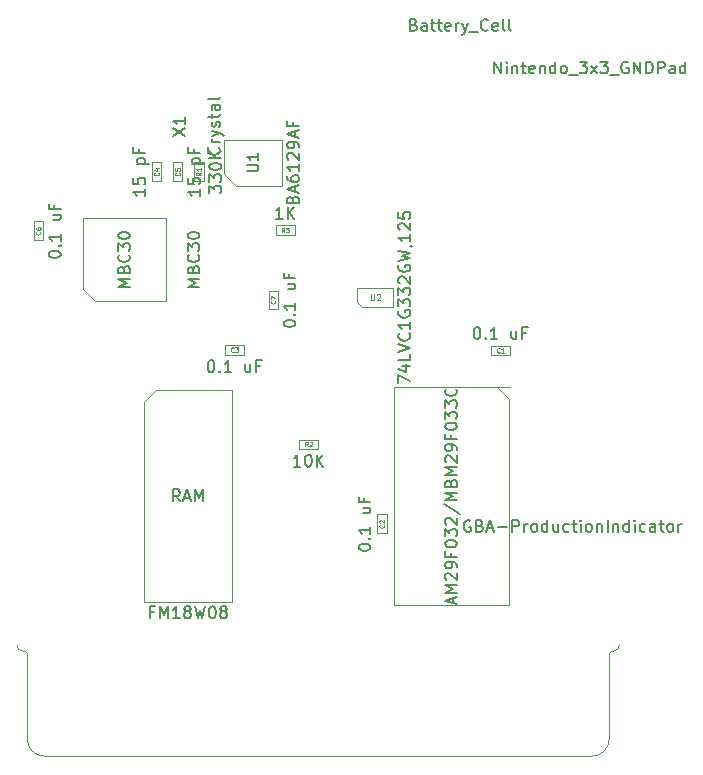
<source format=gbr>
G04 #@! TF.GenerationSoftware,KiCad,Pcbnew,(6.0.8)*
G04 #@! TF.CreationDate,2022-12-25T17:24:50-05:00*
G04 #@! TF.ProjectId,mbc30flash,6d626333-3066-46c6-9173-682e6b696361,rev?*
G04 #@! TF.SameCoordinates,Original*
G04 #@! TF.FileFunction,AssemblyDrawing,Top*
%FSLAX46Y46*%
G04 Gerber Fmt 4.6, Leading zero omitted, Abs format (unit mm)*
G04 Created by KiCad (PCBNEW (6.0.8)) date 2022-12-25 17:24:50*
%MOMM*%
%LPD*%
G01*
G04 APERTURE LIST*
%ADD10C,0.150000*%
%ADD11C,0.060000*%
%ADD12C,0.075000*%
%ADD13C,0.100000*%
%ADD14C,0.050000*%
G04 APERTURE END LIST*
D10*
X103810190Y-93686380D02*
X103905428Y-93686380D01*
X104000666Y-93734000D01*
X104048285Y-93781619D01*
X104095904Y-93876857D01*
X104143523Y-94067333D01*
X104143523Y-94305428D01*
X104095904Y-94495904D01*
X104048285Y-94591142D01*
X104000666Y-94638761D01*
X103905428Y-94686380D01*
X103810190Y-94686380D01*
X103714952Y-94638761D01*
X103667333Y-94591142D01*
X103619714Y-94495904D01*
X103572095Y-94305428D01*
X103572095Y-94067333D01*
X103619714Y-93876857D01*
X103667333Y-93781619D01*
X103714952Y-93734000D01*
X103810190Y-93686380D01*
X104572095Y-94591142D02*
X104619714Y-94638761D01*
X104572095Y-94686380D01*
X104524476Y-94638761D01*
X104572095Y-94591142D01*
X104572095Y-94686380D01*
X105572095Y-94686380D02*
X105000666Y-94686380D01*
X105286380Y-94686380D02*
X105286380Y-93686380D01*
X105191142Y-93829238D01*
X105095904Y-93924476D01*
X105000666Y-93972095D01*
X107191142Y-94019714D02*
X107191142Y-94686380D01*
X106762571Y-94019714D02*
X106762571Y-94543523D01*
X106810190Y-94638761D01*
X106905428Y-94686380D01*
X107048285Y-94686380D01*
X107143523Y-94638761D01*
X107191142Y-94591142D01*
X108000666Y-94162571D02*
X107667333Y-94162571D01*
X107667333Y-94686380D02*
X107667333Y-93686380D01*
X108143523Y-93686380D01*
D11*
X105767333Y-95806857D02*
X105748285Y-95825904D01*
X105691142Y-95844952D01*
X105653047Y-95844952D01*
X105595904Y-95825904D01*
X105557809Y-95787809D01*
X105538761Y-95749714D01*
X105519714Y-95673523D01*
X105519714Y-95616380D01*
X105538761Y-95540190D01*
X105557809Y-95502095D01*
X105595904Y-95464000D01*
X105653047Y-95444952D01*
X105691142Y-95444952D01*
X105748285Y-95464000D01*
X105767333Y-95483047D01*
X106148285Y-95844952D02*
X105919714Y-95844952D01*
X106034000Y-95844952D02*
X106034000Y-95444952D01*
X105995904Y-95502095D01*
X105957809Y-95540190D01*
X105919714Y-95559238D01*
D10*
X93822380Y-112361309D02*
X93822380Y-112266071D01*
X93870000Y-112170833D01*
X93917619Y-112123214D01*
X94012857Y-112075595D01*
X94203333Y-112027976D01*
X94441428Y-112027976D01*
X94631904Y-112075595D01*
X94727142Y-112123214D01*
X94774761Y-112170833D01*
X94822380Y-112266071D01*
X94822380Y-112361309D01*
X94774761Y-112456547D01*
X94727142Y-112504166D01*
X94631904Y-112551785D01*
X94441428Y-112599404D01*
X94203333Y-112599404D01*
X94012857Y-112551785D01*
X93917619Y-112504166D01*
X93870000Y-112456547D01*
X93822380Y-112361309D01*
X94727142Y-111599404D02*
X94774761Y-111551785D01*
X94822380Y-111599404D01*
X94774761Y-111647023D01*
X94727142Y-111599404D01*
X94822380Y-111599404D01*
X94822380Y-110599404D02*
X94822380Y-111170833D01*
X94822380Y-110885119D02*
X93822380Y-110885119D01*
X93965238Y-110980357D01*
X94060476Y-111075595D01*
X94108095Y-111170833D01*
X94155714Y-108980357D02*
X94822380Y-108980357D01*
X94155714Y-109408928D02*
X94679523Y-109408928D01*
X94774761Y-109361309D01*
X94822380Y-109266071D01*
X94822380Y-109123214D01*
X94774761Y-109027976D01*
X94727142Y-108980357D01*
X94298571Y-108170833D02*
X94298571Y-108504166D01*
X94822380Y-108504166D02*
X93822380Y-108504166D01*
X93822380Y-108027976D01*
D11*
X95942857Y-110404166D02*
X95961904Y-110423214D01*
X95980952Y-110480357D01*
X95980952Y-110518452D01*
X95961904Y-110575595D01*
X95923809Y-110613690D01*
X95885714Y-110632738D01*
X95809523Y-110651785D01*
X95752380Y-110651785D01*
X95676190Y-110632738D01*
X95638095Y-110613690D01*
X95600000Y-110575595D01*
X95580952Y-110518452D01*
X95580952Y-110480357D01*
X95600000Y-110423214D01*
X95619047Y-110404166D01*
X95619047Y-110251785D02*
X95600000Y-110232738D01*
X95580952Y-110194642D01*
X95580952Y-110099404D01*
X95600000Y-110061309D01*
X95619047Y-110042261D01*
X95657142Y-110023214D01*
X95695238Y-110023214D01*
X95752380Y-110042261D01*
X95980952Y-110270833D01*
X95980952Y-110023214D01*
D10*
X75748880Y-81975480D02*
X75748880Y-82546909D01*
X75748880Y-82261195D02*
X74748880Y-82261195D01*
X74891738Y-82356433D01*
X74986976Y-82451671D01*
X75034595Y-82546909D01*
X74748880Y-81070719D02*
X74748880Y-81546909D01*
X75225071Y-81594528D01*
X75177452Y-81546909D01*
X75129833Y-81451671D01*
X75129833Y-81213576D01*
X75177452Y-81118338D01*
X75225071Y-81070719D01*
X75320309Y-81023100D01*
X75558404Y-81023100D01*
X75653642Y-81070719D01*
X75701261Y-81118338D01*
X75748880Y-81213576D01*
X75748880Y-81451671D01*
X75701261Y-81546909D01*
X75653642Y-81594528D01*
X75082214Y-79832623D02*
X76082214Y-79832623D01*
X75129833Y-79832623D02*
X75082214Y-79737385D01*
X75082214Y-79546909D01*
X75129833Y-79451671D01*
X75177452Y-79404052D01*
X75272690Y-79356433D01*
X75558404Y-79356433D01*
X75653642Y-79404052D01*
X75701261Y-79451671D01*
X75748880Y-79546909D01*
X75748880Y-79737385D01*
X75701261Y-79832623D01*
X75225071Y-78594528D02*
X75225071Y-78927861D01*
X75748880Y-78927861D02*
X74748880Y-78927861D01*
X74748880Y-78451671D01*
D11*
X76869357Y-80589766D02*
X76888404Y-80608814D01*
X76907452Y-80665957D01*
X76907452Y-80704052D01*
X76888404Y-80761195D01*
X76850309Y-80799290D01*
X76812214Y-80818338D01*
X76736023Y-80837385D01*
X76678880Y-80837385D01*
X76602690Y-80818338D01*
X76564595Y-80799290D01*
X76526500Y-80761195D01*
X76507452Y-80704052D01*
X76507452Y-80665957D01*
X76526500Y-80608814D01*
X76545547Y-80589766D01*
X76640785Y-80246909D02*
X76907452Y-80246909D01*
X76488404Y-80342147D02*
X76774119Y-80437385D01*
X76774119Y-80189766D01*
D10*
X80394580Y-81975480D02*
X80394580Y-82546909D01*
X80394580Y-82261195D02*
X79394580Y-82261195D01*
X79537438Y-82356433D01*
X79632676Y-82451671D01*
X79680295Y-82546909D01*
X79394580Y-81070719D02*
X79394580Y-81546909D01*
X79870771Y-81594528D01*
X79823152Y-81546909D01*
X79775533Y-81451671D01*
X79775533Y-81213576D01*
X79823152Y-81118338D01*
X79870771Y-81070719D01*
X79966009Y-81023100D01*
X80204104Y-81023100D01*
X80299342Y-81070719D01*
X80346961Y-81118338D01*
X80394580Y-81213576D01*
X80394580Y-81451671D01*
X80346961Y-81546909D01*
X80299342Y-81594528D01*
X79727914Y-79832623D02*
X80727914Y-79832623D01*
X79775533Y-79832623D02*
X79727914Y-79737385D01*
X79727914Y-79546909D01*
X79775533Y-79451671D01*
X79823152Y-79404052D01*
X79918390Y-79356433D01*
X80204104Y-79356433D01*
X80299342Y-79404052D01*
X80346961Y-79451671D01*
X80394580Y-79546909D01*
X80394580Y-79737385D01*
X80346961Y-79832623D01*
X79870771Y-78594528D02*
X79870771Y-78927861D01*
X80394580Y-78927861D02*
X79394580Y-78927861D01*
X79394580Y-78451671D01*
D11*
X78655057Y-80589766D02*
X78674104Y-80608814D01*
X78693152Y-80665957D01*
X78693152Y-80704052D01*
X78674104Y-80761195D01*
X78636009Y-80799290D01*
X78597914Y-80818338D01*
X78521723Y-80837385D01*
X78464580Y-80837385D01*
X78388390Y-80818338D01*
X78350295Y-80799290D01*
X78312200Y-80761195D01*
X78293152Y-80704052D01*
X78293152Y-80665957D01*
X78312200Y-80608814D01*
X78331247Y-80589766D01*
X78293152Y-80227861D02*
X78293152Y-80418338D01*
X78483628Y-80437385D01*
X78464580Y-80418338D01*
X78445533Y-80380242D01*
X78445533Y-80285004D01*
X78464580Y-80246909D01*
X78483628Y-80227861D01*
X78521723Y-80208814D01*
X78616961Y-80208814D01*
X78655057Y-80227861D01*
X78674104Y-80246909D01*
X78693152Y-80285004D01*
X78693152Y-80380242D01*
X78674104Y-80418338D01*
X78655057Y-80437385D01*
D10*
X87482380Y-93405409D02*
X87482380Y-93310171D01*
X87530000Y-93214933D01*
X87577619Y-93167314D01*
X87672857Y-93119695D01*
X87863333Y-93072076D01*
X88101428Y-93072076D01*
X88291904Y-93119695D01*
X88387142Y-93167314D01*
X88434761Y-93214933D01*
X88482380Y-93310171D01*
X88482380Y-93405409D01*
X88434761Y-93500647D01*
X88387142Y-93548266D01*
X88291904Y-93595885D01*
X88101428Y-93643504D01*
X87863333Y-93643504D01*
X87672857Y-93595885D01*
X87577619Y-93548266D01*
X87530000Y-93500647D01*
X87482380Y-93405409D01*
X88387142Y-92643504D02*
X88434761Y-92595885D01*
X88482380Y-92643504D01*
X88434761Y-92691123D01*
X88387142Y-92643504D01*
X88482380Y-92643504D01*
X88482380Y-91643504D02*
X88482380Y-92214933D01*
X88482380Y-91929219D02*
X87482380Y-91929219D01*
X87625238Y-92024457D01*
X87720476Y-92119695D01*
X87768095Y-92214933D01*
X87815714Y-90024457D02*
X88482380Y-90024457D01*
X87815714Y-90453028D02*
X88339523Y-90453028D01*
X88434761Y-90405409D01*
X88482380Y-90310171D01*
X88482380Y-90167314D01*
X88434761Y-90072076D01*
X88387142Y-90024457D01*
X87958571Y-89214933D02*
X87958571Y-89548266D01*
X88482380Y-89548266D02*
X87482380Y-89548266D01*
X87482380Y-89072076D01*
D11*
X86742857Y-91448266D02*
X86761904Y-91467314D01*
X86780952Y-91524457D01*
X86780952Y-91562552D01*
X86761904Y-91619695D01*
X86723809Y-91657790D01*
X86685714Y-91676838D01*
X86609523Y-91695885D01*
X86552380Y-91695885D01*
X86476190Y-91676838D01*
X86438095Y-91657790D01*
X86400000Y-91619695D01*
X86380952Y-91562552D01*
X86380952Y-91524457D01*
X86400000Y-91467314D01*
X86419047Y-91448266D01*
X86380952Y-91314933D02*
X86380952Y-91048266D01*
X86780952Y-91219695D01*
D10*
X88897023Y-105482380D02*
X88325595Y-105482380D01*
X88611309Y-105482380D02*
X88611309Y-104482380D01*
X88516071Y-104625238D01*
X88420833Y-104720476D01*
X88325595Y-104768095D01*
X89516071Y-104482380D02*
X89611309Y-104482380D01*
X89706547Y-104530000D01*
X89754166Y-104577619D01*
X89801785Y-104672857D01*
X89849404Y-104863333D01*
X89849404Y-105101428D01*
X89801785Y-105291904D01*
X89754166Y-105387142D01*
X89706547Y-105434761D01*
X89611309Y-105482380D01*
X89516071Y-105482380D01*
X89420833Y-105434761D01*
X89373214Y-105387142D01*
X89325595Y-105291904D01*
X89277976Y-105101428D01*
X89277976Y-104863333D01*
X89325595Y-104672857D01*
X89373214Y-104577619D01*
X89420833Y-104530000D01*
X89516071Y-104482380D01*
X90277976Y-105482380D02*
X90277976Y-104482380D01*
X90849404Y-105482380D02*
X90420833Y-104910952D01*
X90849404Y-104482380D02*
X90277976Y-105053809D01*
D11*
X89520833Y-103780952D02*
X89387500Y-103590476D01*
X89292261Y-103780952D02*
X89292261Y-103380952D01*
X89444642Y-103380952D01*
X89482738Y-103400000D01*
X89501785Y-103419047D01*
X89520833Y-103457142D01*
X89520833Y-103514285D01*
X89501785Y-103552380D01*
X89482738Y-103571428D01*
X89444642Y-103590476D01*
X89292261Y-103590476D01*
X89673214Y-103419047D02*
X89692261Y-103400000D01*
X89730357Y-103380952D01*
X89825595Y-103380952D01*
X89863690Y-103400000D01*
X89882738Y-103419047D01*
X89901785Y-103457142D01*
X89901785Y-103495238D01*
X89882738Y-103552380D01*
X89654166Y-103780952D01*
X89901785Y-103780952D01*
D10*
X87383514Y-84493380D02*
X86812085Y-84493380D01*
X87097800Y-84493380D02*
X87097800Y-83493380D01*
X87002561Y-83636238D01*
X86907323Y-83731476D01*
X86812085Y-83779095D01*
X87812085Y-84493380D02*
X87812085Y-83493380D01*
X88383514Y-84493380D02*
X87954942Y-83921952D01*
X88383514Y-83493380D02*
X87812085Y-84064809D01*
D11*
X87531133Y-85651952D02*
X87397800Y-85461476D01*
X87302561Y-85651952D02*
X87302561Y-85251952D01*
X87454942Y-85251952D01*
X87493038Y-85271000D01*
X87512085Y-85290047D01*
X87531133Y-85328142D01*
X87531133Y-85385285D01*
X87512085Y-85423380D01*
X87493038Y-85442428D01*
X87454942Y-85461476D01*
X87302561Y-85461476D01*
X87664466Y-85251952D02*
X87912085Y-85251952D01*
X87778752Y-85404333D01*
X87835895Y-85404333D01*
X87873990Y-85423380D01*
X87893038Y-85442428D01*
X87912085Y-85480523D01*
X87912085Y-85575761D01*
X87893038Y-85613857D01*
X87873990Y-85632904D01*
X87835895Y-85651952D01*
X87721609Y-85651952D01*
X87683514Y-85632904D01*
X87664466Y-85613857D01*
D10*
X101850206Y-117065238D02*
X101850206Y-116589047D01*
X102135920Y-117160476D02*
X101135920Y-116827142D01*
X102135920Y-116493809D01*
X102135920Y-116160476D02*
X101135920Y-116160476D01*
X101850206Y-115827142D01*
X101135920Y-115493809D01*
X102135920Y-115493809D01*
X101231159Y-115065238D02*
X101183540Y-115017619D01*
X101135920Y-114922380D01*
X101135920Y-114684285D01*
X101183540Y-114589047D01*
X101231159Y-114541428D01*
X101326397Y-114493809D01*
X101421635Y-114493809D01*
X101564492Y-114541428D01*
X102135920Y-115112857D01*
X102135920Y-114493809D01*
X102135920Y-114017619D02*
X102135920Y-113827142D01*
X102088301Y-113731904D01*
X102040682Y-113684285D01*
X101897825Y-113589047D01*
X101707349Y-113541428D01*
X101326397Y-113541428D01*
X101231159Y-113589047D01*
X101183540Y-113636666D01*
X101135920Y-113731904D01*
X101135920Y-113922380D01*
X101183540Y-114017619D01*
X101231159Y-114065238D01*
X101326397Y-114112857D01*
X101564492Y-114112857D01*
X101659730Y-114065238D01*
X101707349Y-114017619D01*
X101754968Y-113922380D01*
X101754968Y-113731904D01*
X101707349Y-113636666D01*
X101659730Y-113589047D01*
X101564492Y-113541428D01*
X101612111Y-112779523D02*
X101612111Y-113112857D01*
X102135920Y-113112857D02*
X101135920Y-113112857D01*
X101135920Y-112636666D01*
X101135920Y-112065238D02*
X101135920Y-111970000D01*
X101183540Y-111874761D01*
X101231159Y-111827142D01*
X101326397Y-111779523D01*
X101516873Y-111731904D01*
X101754968Y-111731904D01*
X101945444Y-111779523D01*
X102040682Y-111827142D01*
X102088301Y-111874761D01*
X102135920Y-111970000D01*
X102135920Y-112065238D01*
X102088301Y-112160476D01*
X102040682Y-112208095D01*
X101945444Y-112255714D01*
X101754968Y-112303333D01*
X101516873Y-112303333D01*
X101326397Y-112255714D01*
X101231159Y-112208095D01*
X101183540Y-112160476D01*
X101135920Y-112065238D01*
X101135920Y-111398571D02*
X101135920Y-110779523D01*
X101516873Y-111112857D01*
X101516873Y-110970000D01*
X101564492Y-110874761D01*
X101612111Y-110827142D01*
X101707349Y-110779523D01*
X101945444Y-110779523D01*
X102040682Y-110827142D01*
X102088301Y-110874761D01*
X102135920Y-110970000D01*
X102135920Y-111255714D01*
X102088301Y-111350952D01*
X102040682Y-111398571D01*
X101231159Y-110398571D02*
X101183540Y-110350952D01*
X101135920Y-110255714D01*
X101135920Y-110017619D01*
X101183540Y-109922380D01*
X101231159Y-109874761D01*
X101326397Y-109827142D01*
X101421635Y-109827142D01*
X101564492Y-109874761D01*
X102135920Y-110446190D01*
X102135920Y-109827142D01*
X101088301Y-108684285D02*
X102374016Y-109541428D01*
X102135920Y-108350952D02*
X101135920Y-108350952D01*
X101850206Y-108017619D01*
X101135920Y-107684285D01*
X102135920Y-107684285D01*
X101612111Y-106874761D02*
X101659730Y-106731904D01*
X101707349Y-106684285D01*
X101802587Y-106636666D01*
X101945444Y-106636666D01*
X102040682Y-106684285D01*
X102088301Y-106731904D01*
X102135920Y-106827142D01*
X102135920Y-107208095D01*
X101135920Y-107208095D01*
X101135920Y-106874761D01*
X101183540Y-106779523D01*
X101231159Y-106731904D01*
X101326397Y-106684285D01*
X101421635Y-106684285D01*
X101516873Y-106731904D01*
X101564492Y-106779523D01*
X101612111Y-106874761D01*
X101612111Y-107208095D01*
X102135920Y-106208095D02*
X101135920Y-106208095D01*
X101850206Y-105874761D01*
X101135920Y-105541428D01*
X102135920Y-105541428D01*
X101231159Y-105112857D02*
X101183540Y-105065238D01*
X101135920Y-104970000D01*
X101135920Y-104731904D01*
X101183540Y-104636666D01*
X101231159Y-104589047D01*
X101326397Y-104541428D01*
X101421635Y-104541428D01*
X101564492Y-104589047D01*
X102135920Y-105160476D01*
X102135920Y-104541428D01*
X102135920Y-104065238D02*
X102135920Y-103874761D01*
X102088301Y-103779523D01*
X102040682Y-103731904D01*
X101897825Y-103636666D01*
X101707349Y-103589047D01*
X101326397Y-103589047D01*
X101231159Y-103636666D01*
X101183540Y-103684285D01*
X101135920Y-103779523D01*
X101135920Y-103970000D01*
X101183540Y-104065238D01*
X101231159Y-104112857D01*
X101326397Y-104160476D01*
X101564492Y-104160476D01*
X101659730Y-104112857D01*
X101707349Y-104065238D01*
X101754968Y-103970000D01*
X101754968Y-103779523D01*
X101707349Y-103684285D01*
X101659730Y-103636666D01*
X101564492Y-103589047D01*
X101612111Y-102827142D02*
X101612111Y-103160476D01*
X102135920Y-103160476D02*
X101135920Y-103160476D01*
X101135920Y-102684285D01*
X101135920Y-102112857D02*
X101135920Y-102017619D01*
X101183540Y-101922380D01*
X101231159Y-101874761D01*
X101326397Y-101827142D01*
X101516873Y-101779523D01*
X101754968Y-101779523D01*
X101945444Y-101827142D01*
X102040682Y-101874761D01*
X102088301Y-101922380D01*
X102135920Y-102017619D01*
X102135920Y-102112857D01*
X102088301Y-102208095D01*
X102040682Y-102255714D01*
X101945444Y-102303333D01*
X101754968Y-102350952D01*
X101516873Y-102350952D01*
X101326397Y-102303333D01*
X101231159Y-102255714D01*
X101183540Y-102208095D01*
X101135920Y-102112857D01*
X101135920Y-101446190D02*
X101135920Y-100827142D01*
X101516873Y-101160476D01*
X101516873Y-101017619D01*
X101564492Y-100922380D01*
X101612111Y-100874761D01*
X101707349Y-100827142D01*
X101945444Y-100827142D01*
X102040682Y-100874761D01*
X102088301Y-100922380D01*
X102135920Y-101017619D01*
X102135920Y-101303333D01*
X102088301Y-101398571D01*
X102040682Y-101446190D01*
X101135920Y-100493809D02*
X101135920Y-99874761D01*
X101516873Y-100208095D01*
X101516873Y-100065238D01*
X101564492Y-99970000D01*
X101612111Y-99922380D01*
X101707349Y-99874761D01*
X101945444Y-99874761D01*
X102040682Y-99922380D01*
X102088301Y-99970000D01*
X102135920Y-100065238D01*
X102135920Y-100350952D01*
X102088301Y-100446190D01*
X102040682Y-100493809D01*
X102040682Y-98874761D02*
X102088301Y-98922380D01*
X102135920Y-99065238D01*
X102135920Y-99160476D01*
X102088301Y-99303333D01*
X101993063Y-99398571D01*
X101897825Y-99446190D01*
X101707349Y-99493809D01*
X101564492Y-99493809D01*
X101374016Y-99446190D01*
X101278778Y-99398571D01*
X101183540Y-99303333D01*
X101135920Y-99160476D01*
X101135920Y-99065238D01*
X101183540Y-98922380D01*
X101231159Y-98874761D01*
X81970342Y-78464514D02*
X82017961Y-78512133D01*
X82065580Y-78654990D01*
X82065580Y-78750228D01*
X82017961Y-78893085D01*
X81922723Y-78988323D01*
X81827485Y-79035942D01*
X81637009Y-79083561D01*
X81494152Y-79083561D01*
X81303676Y-79035942D01*
X81208438Y-78988323D01*
X81113200Y-78893085D01*
X81065580Y-78750228D01*
X81065580Y-78654990D01*
X81113200Y-78512133D01*
X81160819Y-78464514D01*
X82065580Y-78035942D02*
X81398914Y-78035942D01*
X81589390Y-78035942D02*
X81494152Y-77988323D01*
X81446533Y-77940704D01*
X81398914Y-77845466D01*
X81398914Y-77750228D01*
X81398914Y-77512133D02*
X82065580Y-77274038D01*
X81398914Y-77035942D02*
X82065580Y-77274038D01*
X82303676Y-77369276D01*
X82351295Y-77416895D01*
X82398914Y-77512133D01*
X82017961Y-76702609D02*
X82065580Y-76607371D01*
X82065580Y-76416895D01*
X82017961Y-76321657D01*
X81922723Y-76274038D01*
X81875104Y-76274038D01*
X81779866Y-76321657D01*
X81732247Y-76416895D01*
X81732247Y-76559752D01*
X81684628Y-76654990D01*
X81589390Y-76702609D01*
X81541771Y-76702609D01*
X81446533Y-76654990D01*
X81398914Y-76559752D01*
X81398914Y-76416895D01*
X81446533Y-76321657D01*
X81398914Y-75988323D02*
X81398914Y-75607371D01*
X81065580Y-75845466D02*
X81922723Y-75845466D01*
X82017961Y-75797847D01*
X82065580Y-75702609D01*
X82065580Y-75607371D01*
X82065580Y-74845466D02*
X81541771Y-74845466D01*
X81446533Y-74893085D01*
X81398914Y-74988323D01*
X81398914Y-75178800D01*
X81446533Y-75274038D01*
X82017961Y-74845466D02*
X82065580Y-74940704D01*
X82065580Y-75178800D01*
X82017961Y-75274038D01*
X81922723Y-75321657D01*
X81827485Y-75321657D01*
X81732247Y-75274038D01*
X81684628Y-75178800D01*
X81684628Y-74940704D01*
X81637009Y-74845466D01*
X82065580Y-74226419D02*
X82017961Y-74321657D01*
X81922723Y-74369276D01*
X81065580Y-74369276D01*
X78150580Y-77478323D02*
X79150580Y-76811657D01*
X78150580Y-76811657D02*
X79150580Y-77478323D01*
X79150580Y-75906895D02*
X79150580Y-76478323D01*
X79150580Y-76192609D02*
X78150580Y-76192609D01*
X78293438Y-76287847D01*
X78388676Y-76383085D01*
X78436295Y-76478323D01*
X81184580Y-82308814D02*
X81184580Y-81689766D01*
X81565533Y-82023100D01*
X81565533Y-81880242D01*
X81613152Y-81785004D01*
X81660771Y-81737385D01*
X81756009Y-81689766D01*
X81994104Y-81689766D01*
X82089342Y-81737385D01*
X82136961Y-81785004D01*
X82184580Y-81880242D01*
X82184580Y-82165957D01*
X82136961Y-82261195D01*
X82089342Y-82308814D01*
X81184580Y-81356433D02*
X81184580Y-80737385D01*
X81565533Y-81070719D01*
X81565533Y-80927861D01*
X81613152Y-80832623D01*
X81660771Y-80785004D01*
X81756009Y-80737385D01*
X81994104Y-80737385D01*
X82089342Y-80785004D01*
X82136961Y-80832623D01*
X82184580Y-80927861D01*
X82184580Y-81213576D01*
X82136961Y-81308814D01*
X82089342Y-81356433D01*
X81184580Y-80118338D02*
X81184580Y-80023100D01*
X81232200Y-79927861D01*
X81279819Y-79880242D01*
X81375057Y-79832623D01*
X81565533Y-79785004D01*
X81803628Y-79785004D01*
X81994104Y-79832623D01*
X82089342Y-79880242D01*
X82136961Y-79927861D01*
X82184580Y-80023100D01*
X82184580Y-80118338D01*
X82136961Y-80213576D01*
X82089342Y-80261195D01*
X81994104Y-80308814D01*
X81803628Y-80356433D01*
X81565533Y-80356433D01*
X81375057Y-80308814D01*
X81279819Y-80261195D01*
X81232200Y-80213576D01*
X81184580Y-80118338D01*
X82184580Y-79356433D02*
X81184580Y-79356433D01*
X82184580Y-78785004D02*
X81613152Y-79213576D01*
X81184580Y-78785004D02*
X81756009Y-79356433D01*
D11*
X80483152Y-80589766D02*
X80292676Y-80723100D01*
X80483152Y-80818338D02*
X80083152Y-80818338D01*
X80083152Y-80665957D01*
X80102200Y-80627861D01*
X80121247Y-80608814D01*
X80159342Y-80589766D01*
X80216485Y-80589766D01*
X80254580Y-80608814D01*
X80273628Y-80627861D01*
X80292676Y-80665957D01*
X80292676Y-80818338D01*
X80483152Y-80208814D02*
X80483152Y-80437385D01*
X80483152Y-80323100D02*
X80083152Y-80323100D01*
X80140295Y-80361195D01*
X80178390Y-80399290D01*
X80197438Y-80437385D01*
D10*
X88233871Y-82867447D02*
X88281490Y-82724590D01*
X88329109Y-82676971D01*
X88424347Y-82629352D01*
X88567204Y-82629352D01*
X88662442Y-82676971D01*
X88710061Y-82724590D01*
X88757680Y-82819828D01*
X88757680Y-83200780D01*
X87757680Y-83200780D01*
X87757680Y-82867447D01*
X87805300Y-82772209D01*
X87852919Y-82724590D01*
X87948157Y-82676971D01*
X88043395Y-82676971D01*
X88138633Y-82724590D01*
X88186252Y-82772209D01*
X88233871Y-82867447D01*
X88233871Y-83200780D01*
X88471966Y-82248400D02*
X88471966Y-81772209D01*
X88757680Y-82343638D02*
X87757680Y-82010304D01*
X88757680Y-81676971D01*
X87757680Y-80915066D02*
X87757680Y-81105542D01*
X87805300Y-81200780D01*
X87852919Y-81248400D01*
X87995776Y-81343638D01*
X88186252Y-81391257D01*
X88567204Y-81391257D01*
X88662442Y-81343638D01*
X88710061Y-81296019D01*
X88757680Y-81200780D01*
X88757680Y-81010304D01*
X88710061Y-80915066D01*
X88662442Y-80867447D01*
X88567204Y-80819828D01*
X88329109Y-80819828D01*
X88233871Y-80867447D01*
X88186252Y-80915066D01*
X88138633Y-81010304D01*
X88138633Y-81200780D01*
X88186252Y-81296019D01*
X88233871Y-81343638D01*
X88329109Y-81391257D01*
X88757680Y-79867447D02*
X88757680Y-80438876D01*
X88757680Y-80153161D02*
X87757680Y-80153161D01*
X87900538Y-80248400D01*
X87995776Y-80343638D01*
X88043395Y-80438876D01*
X87852919Y-79486495D02*
X87805300Y-79438876D01*
X87757680Y-79343638D01*
X87757680Y-79105542D01*
X87805300Y-79010304D01*
X87852919Y-78962685D01*
X87948157Y-78915066D01*
X88043395Y-78915066D01*
X88186252Y-78962685D01*
X88757680Y-79534114D01*
X88757680Y-78915066D01*
X88757680Y-78438876D02*
X88757680Y-78248400D01*
X88710061Y-78153161D01*
X88662442Y-78105542D01*
X88519585Y-78010304D01*
X88329109Y-77962685D01*
X87948157Y-77962685D01*
X87852919Y-78010304D01*
X87805300Y-78057923D01*
X87757680Y-78153161D01*
X87757680Y-78343638D01*
X87805300Y-78438876D01*
X87852919Y-78486495D01*
X87948157Y-78534114D01*
X88186252Y-78534114D01*
X88281490Y-78486495D01*
X88329109Y-78438876D01*
X88376728Y-78343638D01*
X88376728Y-78153161D01*
X88329109Y-78057923D01*
X88281490Y-78010304D01*
X88186252Y-77962685D01*
X88471966Y-77581733D02*
X88471966Y-77105542D01*
X88757680Y-77676971D02*
X87757680Y-77343638D01*
X88757680Y-77010304D01*
X88233871Y-76343638D02*
X88233871Y-76676971D01*
X88757680Y-76676971D02*
X87757680Y-76676971D01*
X87757680Y-76200780D01*
X84368633Y-80495066D02*
X85161966Y-80495066D01*
X85255300Y-80448400D01*
X85301966Y-80401733D01*
X85348633Y-80308400D01*
X85348633Y-80121733D01*
X85301966Y-80028400D01*
X85255300Y-79981733D01*
X85161966Y-79935066D01*
X84368633Y-79935066D01*
X85348633Y-78955066D02*
X85348633Y-79515066D01*
X85348633Y-79235066D02*
X84368633Y-79235066D01*
X84508633Y-79328400D01*
X84601966Y-79421733D01*
X84648633Y-79515066D01*
X98492958Y-68064031D02*
X98635815Y-68111650D01*
X98683434Y-68159269D01*
X98731053Y-68254507D01*
X98731053Y-68397364D01*
X98683434Y-68492602D01*
X98635815Y-68540221D01*
X98540577Y-68587840D01*
X98159624Y-68587840D01*
X98159624Y-67587840D01*
X98492958Y-67587840D01*
X98588196Y-67635460D01*
X98635815Y-67683079D01*
X98683434Y-67778317D01*
X98683434Y-67873555D01*
X98635815Y-67968793D01*
X98588196Y-68016412D01*
X98492958Y-68064031D01*
X98159624Y-68064031D01*
X99588196Y-68587840D02*
X99588196Y-68064031D01*
X99540577Y-67968793D01*
X99445339Y-67921174D01*
X99254862Y-67921174D01*
X99159624Y-67968793D01*
X99588196Y-68540221D02*
X99492958Y-68587840D01*
X99254862Y-68587840D01*
X99159624Y-68540221D01*
X99112005Y-68444983D01*
X99112005Y-68349745D01*
X99159624Y-68254507D01*
X99254862Y-68206888D01*
X99492958Y-68206888D01*
X99588196Y-68159269D01*
X99921529Y-67921174D02*
X100302481Y-67921174D01*
X100064386Y-67587840D02*
X100064386Y-68444983D01*
X100112005Y-68540221D01*
X100207243Y-68587840D01*
X100302481Y-68587840D01*
X100492958Y-67921174D02*
X100873910Y-67921174D01*
X100635815Y-67587840D02*
X100635815Y-68444983D01*
X100683434Y-68540221D01*
X100778672Y-68587840D01*
X100873910Y-68587840D01*
X101588196Y-68540221D02*
X101492958Y-68587840D01*
X101302481Y-68587840D01*
X101207243Y-68540221D01*
X101159624Y-68444983D01*
X101159624Y-68064031D01*
X101207243Y-67968793D01*
X101302481Y-67921174D01*
X101492958Y-67921174D01*
X101588196Y-67968793D01*
X101635815Y-68064031D01*
X101635815Y-68159269D01*
X101159624Y-68254507D01*
X102064386Y-68587840D02*
X102064386Y-67921174D01*
X102064386Y-68111650D02*
X102112005Y-68016412D01*
X102159624Y-67968793D01*
X102254862Y-67921174D01*
X102350100Y-67921174D01*
X102588196Y-67921174D02*
X102826291Y-68587840D01*
X103064386Y-67921174D02*
X102826291Y-68587840D01*
X102731053Y-68825936D01*
X102683434Y-68873555D01*
X102588196Y-68921174D01*
X103207243Y-68683079D02*
X103969148Y-68683079D01*
X104778672Y-68492602D02*
X104731053Y-68540221D01*
X104588196Y-68587840D01*
X104492958Y-68587840D01*
X104350100Y-68540221D01*
X104254862Y-68444983D01*
X104207243Y-68349745D01*
X104159624Y-68159269D01*
X104159624Y-68016412D01*
X104207243Y-67825936D01*
X104254862Y-67730698D01*
X104350100Y-67635460D01*
X104492958Y-67587840D01*
X104588196Y-67587840D01*
X104731053Y-67635460D01*
X104778672Y-67683079D01*
X105588196Y-68540221D02*
X105492958Y-68587840D01*
X105302481Y-68587840D01*
X105207243Y-68540221D01*
X105159624Y-68444983D01*
X105159624Y-68064031D01*
X105207243Y-67968793D01*
X105302481Y-67921174D01*
X105492958Y-67921174D01*
X105588196Y-67968793D01*
X105635815Y-68064031D01*
X105635815Y-68159269D01*
X105159624Y-68254507D01*
X106207243Y-68587840D02*
X106112005Y-68540221D01*
X106064386Y-68444983D01*
X106064386Y-67587840D01*
X106731053Y-68587840D02*
X106635815Y-68540221D01*
X106588196Y-68444983D01*
X106588196Y-67587840D01*
X76485638Y-117798571D02*
X76152304Y-117798571D01*
X76152304Y-118322380D02*
X76152304Y-117322380D01*
X76628495Y-117322380D01*
X77009447Y-118322380D02*
X77009447Y-117322380D01*
X77342780Y-118036666D01*
X77676114Y-117322380D01*
X77676114Y-118322380D01*
X78676114Y-118322380D02*
X78104685Y-118322380D01*
X78390400Y-118322380D02*
X78390400Y-117322380D01*
X78295161Y-117465238D01*
X78199923Y-117560476D01*
X78104685Y-117608095D01*
X79247542Y-117750952D02*
X79152304Y-117703333D01*
X79104685Y-117655714D01*
X79057066Y-117560476D01*
X79057066Y-117512857D01*
X79104685Y-117417619D01*
X79152304Y-117370000D01*
X79247542Y-117322380D01*
X79438019Y-117322380D01*
X79533257Y-117370000D01*
X79580876Y-117417619D01*
X79628495Y-117512857D01*
X79628495Y-117560476D01*
X79580876Y-117655714D01*
X79533257Y-117703333D01*
X79438019Y-117750952D01*
X79247542Y-117750952D01*
X79152304Y-117798571D01*
X79104685Y-117846190D01*
X79057066Y-117941428D01*
X79057066Y-118131904D01*
X79104685Y-118227142D01*
X79152304Y-118274761D01*
X79247542Y-118322380D01*
X79438019Y-118322380D01*
X79533257Y-118274761D01*
X79580876Y-118227142D01*
X79628495Y-118131904D01*
X79628495Y-117941428D01*
X79580876Y-117846190D01*
X79533257Y-117798571D01*
X79438019Y-117750952D01*
X79961828Y-117322380D02*
X80199923Y-118322380D01*
X80390400Y-117608095D01*
X80580876Y-118322380D01*
X80818971Y-117322380D01*
X81390400Y-117322380D02*
X81485638Y-117322380D01*
X81580876Y-117370000D01*
X81628495Y-117417619D01*
X81676114Y-117512857D01*
X81723733Y-117703333D01*
X81723733Y-117941428D01*
X81676114Y-118131904D01*
X81628495Y-118227142D01*
X81580876Y-118274761D01*
X81485638Y-118322380D01*
X81390400Y-118322380D01*
X81295161Y-118274761D01*
X81247542Y-118227142D01*
X81199923Y-118131904D01*
X81152304Y-117941428D01*
X81152304Y-117703333D01*
X81199923Y-117512857D01*
X81247542Y-117417619D01*
X81295161Y-117370000D01*
X81390400Y-117322380D01*
X82295161Y-117750952D02*
X82199923Y-117703333D01*
X82152304Y-117655714D01*
X82104685Y-117560476D01*
X82104685Y-117512857D01*
X82152304Y-117417619D01*
X82199923Y-117370000D01*
X82295161Y-117322380D01*
X82485638Y-117322380D01*
X82580876Y-117370000D01*
X82628495Y-117417619D01*
X82676114Y-117512857D01*
X82676114Y-117560476D01*
X82628495Y-117655714D01*
X82580876Y-117703333D01*
X82485638Y-117750952D01*
X82295161Y-117750952D01*
X82199923Y-117798571D01*
X82152304Y-117846190D01*
X82104685Y-117941428D01*
X82104685Y-118131904D01*
X82152304Y-118227142D01*
X82199923Y-118274761D01*
X82295161Y-118322380D01*
X82485638Y-118322380D01*
X82580876Y-118274761D01*
X82628495Y-118227142D01*
X82676114Y-118131904D01*
X82676114Y-117941428D01*
X82628495Y-117846190D01*
X82580876Y-117798571D01*
X82485638Y-117750952D01*
X78699923Y-108422380D02*
X78366590Y-107946190D01*
X78128495Y-108422380D02*
X78128495Y-107422380D01*
X78509447Y-107422380D01*
X78604685Y-107470000D01*
X78652304Y-107517619D01*
X78699923Y-107612857D01*
X78699923Y-107755714D01*
X78652304Y-107850952D01*
X78604685Y-107898571D01*
X78509447Y-107946190D01*
X78128495Y-107946190D01*
X79080876Y-108136666D02*
X79557066Y-108136666D01*
X78985638Y-108422380D02*
X79318971Y-107422380D01*
X79652304Y-108422380D01*
X79985638Y-108422380D02*
X79985638Y-107422380D01*
X80318971Y-108136666D01*
X80652304Y-107422380D01*
X80652304Y-108422380D01*
X97202380Y-98435714D02*
X97202380Y-97769047D01*
X98202380Y-98197619D01*
X97535714Y-96959523D02*
X98202380Y-96959523D01*
X97154761Y-97197619D02*
X97869047Y-97435714D01*
X97869047Y-96816666D01*
X98202380Y-95959523D02*
X98202380Y-96435714D01*
X97202380Y-96435714D01*
X97202380Y-95769047D02*
X98202380Y-95435714D01*
X97202380Y-95102380D01*
X98107142Y-94197619D02*
X98154761Y-94245238D01*
X98202380Y-94388095D01*
X98202380Y-94483333D01*
X98154761Y-94626190D01*
X98059523Y-94721428D01*
X97964285Y-94769047D01*
X97773809Y-94816666D01*
X97630952Y-94816666D01*
X97440476Y-94769047D01*
X97345238Y-94721428D01*
X97250000Y-94626190D01*
X97202380Y-94483333D01*
X97202380Y-94388095D01*
X97250000Y-94245238D01*
X97297619Y-94197619D01*
X98202380Y-93245238D02*
X98202380Y-93816666D01*
X98202380Y-93530952D02*
X97202380Y-93530952D01*
X97345238Y-93626190D01*
X97440476Y-93721428D01*
X97488095Y-93816666D01*
X97250000Y-92292857D02*
X97202380Y-92388095D01*
X97202380Y-92530952D01*
X97250000Y-92673809D01*
X97345238Y-92769047D01*
X97440476Y-92816666D01*
X97630952Y-92864285D01*
X97773809Y-92864285D01*
X97964285Y-92816666D01*
X98059523Y-92769047D01*
X98154761Y-92673809D01*
X98202380Y-92530952D01*
X98202380Y-92435714D01*
X98154761Y-92292857D01*
X98107142Y-92245238D01*
X97773809Y-92245238D01*
X97773809Y-92435714D01*
X97202380Y-91911904D02*
X97202380Y-91292857D01*
X97583333Y-91626190D01*
X97583333Y-91483333D01*
X97630952Y-91388095D01*
X97678571Y-91340476D01*
X97773809Y-91292857D01*
X98011904Y-91292857D01*
X98107142Y-91340476D01*
X98154761Y-91388095D01*
X98202380Y-91483333D01*
X98202380Y-91769047D01*
X98154761Y-91864285D01*
X98107142Y-91911904D01*
X97202380Y-90959523D02*
X97202380Y-90340476D01*
X97583333Y-90673809D01*
X97583333Y-90530952D01*
X97630952Y-90435714D01*
X97678571Y-90388095D01*
X97773809Y-90340476D01*
X98011904Y-90340476D01*
X98107142Y-90388095D01*
X98154761Y-90435714D01*
X98202380Y-90530952D01*
X98202380Y-90816666D01*
X98154761Y-90911904D01*
X98107142Y-90959523D01*
X97297619Y-89959523D02*
X97250000Y-89911904D01*
X97202380Y-89816666D01*
X97202380Y-89578571D01*
X97250000Y-89483333D01*
X97297619Y-89435714D01*
X97392857Y-89388095D01*
X97488095Y-89388095D01*
X97630952Y-89435714D01*
X98202380Y-90007142D01*
X98202380Y-89388095D01*
X97250000Y-88435714D02*
X97202380Y-88530952D01*
X97202380Y-88673809D01*
X97250000Y-88816666D01*
X97345238Y-88911904D01*
X97440476Y-88959523D01*
X97630952Y-89007142D01*
X97773809Y-89007142D01*
X97964285Y-88959523D01*
X98059523Y-88911904D01*
X98154761Y-88816666D01*
X98202380Y-88673809D01*
X98202380Y-88578571D01*
X98154761Y-88435714D01*
X98107142Y-88388095D01*
X97773809Y-88388095D01*
X97773809Y-88578571D01*
X97202380Y-88054761D02*
X98202380Y-87816666D01*
X97488095Y-87626190D01*
X98202380Y-87435714D01*
X97202380Y-87197619D01*
X98154761Y-86769047D02*
X98202380Y-86769047D01*
X98297619Y-86816666D01*
X98345238Y-86864285D01*
X98202380Y-85816666D02*
X98202380Y-86388095D01*
X98202380Y-86102380D02*
X97202380Y-86102380D01*
X97345238Y-86197619D01*
X97440476Y-86292857D01*
X97488095Y-86388095D01*
X97297619Y-85435714D02*
X97250000Y-85388095D01*
X97202380Y-85292857D01*
X97202380Y-85054761D01*
X97250000Y-84959523D01*
X97297619Y-84911904D01*
X97392857Y-84864285D01*
X97488095Y-84864285D01*
X97630952Y-84911904D01*
X98202380Y-85483333D01*
X98202380Y-84864285D01*
X97202380Y-83959523D02*
X97202380Y-84435714D01*
X97678571Y-84483333D01*
X97630952Y-84435714D01*
X97583333Y-84340476D01*
X97583333Y-84102380D01*
X97630952Y-84007142D01*
X97678571Y-83959523D01*
X97773809Y-83911904D01*
X98011904Y-83911904D01*
X98107142Y-83959523D01*
X98154761Y-84007142D01*
X98202380Y-84102380D01*
X98202380Y-84340476D01*
X98154761Y-84435714D01*
X98107142Y-84483333D01*
D12*
X94869047Y-90876190D02*
X94869047Y-91280952D01*
X94892857Y-91328571D01*
X94916666Y-91352380D01*
X94964285Y-91376190D01*
X95059523Y-91376190D01*
X95107142Y-91352380D01*
X95130952Y-91328571D01*
X95154761Y-91280952D01*
X95154761Y-90876190D01*
X95369047Y-90923809D02*
X95392857Y-90900000D01*
X95440476Y-90876190D01*
X95559523Y-90876190D01*
X95607142Y-90900000D01*
X95630952Y-90923809D01*
X95654761Y-90971428D01*
X95654761Y-91019047D01*
X95630952Y-91090476D01*
X95345238Y-91376190D01*
X95654761Y-91376190D01*
D10*
X67595480Y-87558309D02*
X67595480Y-87463071D01*
X67643100Y-87367833D01*
X67690719Y-87320214D01*
X67785957Y-87272595D01*
X67976433Y-87224976D01*
X68214528Y-87224976D01*
X68405004Y-87272595D01*
X68500242Y-87320214D01*
X68547861Y-87367833D01*
X68595480Y-87463071D01*
X68595480Y-87558309D01*
X68547861Y-87653547D01*
X68500242Y-87701166D01*
X68405004Y-87748785D01*
X68214528Y-87796404D01*
X67976433Y-87796404D01*
X67785957Y-87748785D01*
X67690719Y-87701166D01*
X67643100Y-87653547D01*
X67595480Y-87558309D01*
X68500242Y-86796404D02*
X68547861Y-86748785D01*
X68595480Y-86796404D01*
X68547861Y-86844023D01*
X68500242Y-86796404D01*
X68595480Y-86796404D01*
X68595480Y-85796404D02*
X68595480Y-86367833D01*
X68595480Y-86082119D02*
X67595480Y-86082119D01*
X67738338Y-86177357D01*
X67833576Y-86272595D01*
X67881195Y-86367833D01*
X67928814Y-84177357D02*
X68595480Y-84177357D01*
X67928814Y-84605928D02*
X68452623Y-84605928D01*
X68547861Y-84558309D01*
X68595480Y-84463071D01*
X68595480Y-84320214D01*
X68547861Y-84224976D01*
X68500242Y-84177357D01*
X68071671Y-83367833D02*
X68071671Y-83701166D01*
X68595480Y-83701166D02*
X67595480Y-83701166D01*
X67595480Y-83224976D01*
D11*
X66855957Y-85601166D02*
X66875004Y-85620214D01*
X66894052Y-85677357D01*
X66894052Y-85715452D01*
X66875004Y-85772595D01*
X66836909Y-85810690D01*
X66798814Y-85829738D01*
X66722623Y-85848785D01*
X66665480Y-85848785D01*
X66589290Y-85829738D01*
X66551195Y-85810690D01*
X66513100Y-85772595D01*
X66494052Y-85715452D01*
X66494052Y-85677357D01*
X66513100Y-85620214D01*
X66532147Y-85601166D01*
X66494052Y-85258309D02*
X66494052Y-85334500D01*
X66513100Y-85372595D01*
X66532147Y-85391642D01*
X66589290Y-85429738D01*
X66665480Y-85448785D01*
X66817861Y-85448785D01*
X66855957Y-85429738D01*
X66875004Y-85410690D01*
X66894052Y-85372595D01*
X66894052Y-85296404D01*
X66875004Y-85258309D01*
X66855957Y-85239261D01*
X66817861Y-85220214D01*
X66722623Y-85220214D01*
X66684528Y-85239261D01*
X66665480Y-85258309D01*
X66646433Y-85296404D01*
X66646433Y-85372595D01*
X66665480Y-85410690D01*
X66684528Y-85429738D01*
X66722623Y-85448785D01*
D10*
X80345480Y-90248414D02*
X79345480Y-90248414D01*
X80059766Y-89915080D01*
X79345480Y-89581747D01*
X80345480Y-89581747D01*
X79821671Y-88772223D02*
X79869290Y-88629366D01*
X79916909Y-88581747D01*
X80012147Y-88534128D01*
X80155004Y-88534128D01*
X80250242Y-88581747D01*
X80297861Y-88629366D01*
X80345480Y-88724604D01*
X80345480Y-89105557D01*
X79345480Y-89105557D01*
X79345480Y-88772223D01*
X79393100Y-88676985D01*
X79440719Y-88629366D01*
X79535957Y-88581747D01*
X79631195Y-88581747D01*
X79726433Y-88629366D01*
X79774052Y-88676985D01*
X79821671Y-88772223D01*
X79821671Y-89105557D01*
X80250242Y-87534128D02*
X80297861Y-87581747D01*
X80345480Y-87724604D01*
X80345480Y-87819842D01*
X80297861Y-87962700D01*
X80202623Y-88057938D01*
X80107385Y-88105557D01*
X79916909Y-88153176D01*
X79774052Y-88153176D01*
X79583576Y-88105557D01*
X79488338Y-88057938D01*
X79393100Y-87962700D01*
X79345480Y-87819842D01*
X79345480Y-87724604D01*
X79393100Y-87581747D01*
X79440719Y-87534128D01*
X79345480Y-87200795D02*
X79345480Y-86581747D01*
X79726433Y-86915080D01*
X79726433Y-86772223D01*
X79774052Y-86676985D01*
X79821671Y-86629366D01*
X79916909Y-86581747D01*
X80155004Y-86581747D01*
X80250242Y-86629366D01*
X80297861Y-86676985D01*
X80345480Y-86772223D01*
X80345480Y-87057938D01*
X80297861Y-87153176D01*
X80250242Y-87200795D01*
X79345480Y-85962700D02*
X79345480Y-85867461D01*
X79393100Y-85772223D01*
X79440719Y-85724604D01*
X79535957Y-85676985D01*
X79726433Y-85629366D01*
X79964528Y-85629366D01*
X80155004Y-85676985D01*
X80250242Y-85724604D01*
X80297861Y-85772223D01*
X80345480Y-85867461D01*
X80345480Y-85962700D01*
X80297861Y-86057938D01*
X80250242Y-86105557D01*
X80155004Y-86153176D01*
X79964528Y-86200795D01*
X79726433Y-86200795D01*
X79535957Y-86153176D01*
X79440719Y-86105557D01*
X79393100Y-86057938D01*
X79345480Y-85962700D01*
X74465480Y-90248414D02*
X73465480Y-90248414D01*
X74179766Y-89915080D01*
X73465480Y-89581747D01*
X74465480Y-89581747D01*
X73941671Y-88772223D02*
X73989290Y-88629366D01*
X74036909Y-88581747D01*
X74132147Y-88534128D01*
X74275004Y-88534128D01*
X74370242Y-88581747D01*
X74417861Y-88629366D01*
X74465480Y-88724604D01*
X74465480Y-89105557D01*
X73465480Y-89105557D01*
X73465480Y-88772223D01*
X73513100Y-88676985D01*
X73560719Y-88629366D01*
X73655957Y-88581747D01*
X73751195Y-88581747D01*
X73846433Y-88629366D01*
X73894052Y-88676985D01*
X73941671Y-88772223D01*
X73941671Y-89105557D01*
X74370242Y-87534128D02*
X74417861Y-87581747D01*
X74465480Y-87724604D01*
X74465480Y-87819842D01*
X74417861Y-87962700D01*
X74322623Y-88057938D01*
X74227385Y-88105557D01*
X74036909Y-88153176D01*
X73894052Y-88153176D01*
X73703576Y-88105557D01*
X73608338Y-88057938D01*
X73513100Y-87962700D01*
X73465480Y-87819842D01*
X73465480Y-87724604D01*
X73513100Y-87581747D01*
X73560719Y-87534128D01*
X73465480Y-87200795D02*
X73465480Y-86581747D01*
X73846433Y-86915080D01*
X73846433Y-86772223D01*
X73894052Y-86676985D01*
X73941671Y-86629366D01*
X74036909Y-86581747D01*
X74275004Y-86581747D01*
X74370242Y-86629366D01*
X74417861Y-86676985D01*
X74465480Y-86772223D01*
X74465480Y-87057938D01*
X74417861Y-87153176D01*
X74370242Y-87200795D01*
X73465480Y-85962700D02*
X73465480Y-85867461D01*
X73513100Y-85772223D01*
X73560719Y-85724604D01*
X73655957Y-85676985D01*
X73846433Y-85629366D01*
X74084528Y-85629366D01*
X74275004Y-85676985D01*
X74370242Y-85724604D01*
X74417861Y-85772223D01*
X74465480Y-85867461D01*
X74465480Y-85962700D01*
X74417861Y-86057938D01*
X74370242Y-86105557D01*
X74275004Y-86153176D01*
X74084528Y-86200795D01*
X73846433Y-86200795D01*
X73655957Y-86153176D01*
X73560719Y-86105557D01*
X73513100Y-86057938D01*
X73465480Y-85962700D01*
X81288190Y-96490480D02*
X81383428Y-96490480D01*
X81478666Y-96538100D01*
X81526285Y-96585719D01*
X81573904Y-96680957D01*
X81621523Y-96871433D01*
X81621523Y-97109528D01*
X81573904Y-97300004D01*
X81526285Y-97395242D01*
X81478666Y-97442861D01*
X81383428Y-97490480D01*
X81288190Y-97490480D01*
X81192952Y-97442861D01*
X81145333Y-97395242D01*
X81097714Y-97300004D01*
X81050095Y-97109528D01*
X81050095Y-96871433D01*
X81097714Y-96680957D01*
X81145333Y-96585719D01*
X81192952Y-96538100D01*
X81288190Y-96490480D01*
X82050095Y-97395242D02*
X82097714Y-97442861D01*
X82050095Y-97490480D01*
X82002476Y-97442861D01*
X82050095Y-97395242D01*
X82050095Y-97490480D01*
X83050095Y-97490480D02*
X82478666Y-97490480D01*
X82764380Y-97490480D02*
X82764380Y-96490480D01*
X82669142Y-96633338D01*
X82573904Y-96728576D01*
X82478666Y-96776195D01*
X84669142Y-96823814D02*
X84669142Y-97490480D01*
X84240571Y-96823814D02*
X84240571Y-97347623D01*
X84288190Y-97442861D01*
X84383428Y-97490480D01*
X84526285Y-97490480D01*
X84621523Y-97442861D01*
X84669142Y-97395242D01*
X85478666Y-96966671D02*
X85145333Y-96966671D01*
X85145333Y-97490480D02*
X85145333Y-96490480D01*
X85621523Y-96490480D01*
D11*
X83245333Y-95750957D02*
X83226285Y-95770004D01*
X83169142Y-95789052D01*
X83131047Y-95789052D01*
X83073904Y-95770004D01*
X83035809Y-95731909D01*
X83016761Y-95693814D01*
X82997714Y-95617623D01*
X82997714Y-95560480D01*
X83016761Y-95484290D01*
X83035809Y-95446195D01*
X83073904Y-95408100D01*
X83131047Y-95389052D01*
X83169142Y-95389052D01*
X83226285Y-95408100D01*
X83245333Y-95427147D01*
X83378666Y-95389052D02*
X83626285Y-95389052D01*
X83492952Y-95541433D01*
X83550095Y-95541433D01*
X83588190Y-95560480D01*
X83607238Y-95579528D01*
X83626285Y-95617623D01*
X83626285Y-95712861D01*
X83607238Y-95750957D01*
X83588190Y-95770004D01*
X83550095Y-95789052D01*
X83435809Y-95789052D01*
X83397714Y-95770004D01*
X83378666Y-95750957D01*
D10*
X103280952Y-110050000D02*
X103185714Y-110002380D01*
X103042857Y-110002380D01*
X102900000Y-110050000D01*
X102804761Y-110145238D01*
X102757142Y-110240476D01*
X102709523Y-110430952D01*
X102709523Y-110573809D01*
X102757142Y-110764285D01*
X102804761Y-110859523D01*
X102900000Y-110954761D01*
X103042857Y-111002380D01*
X103138095Y-111002380D01*
X103280952Y-110954761D01*
X103328571Y-110907142D01*
X103328571Y-110573809D01*
X103138095Y-110573809D01*
X104090476Y-110478571D02*
X104233333Y-110526190D01*
X104280952Y-110573809D01*
X104328571Y-110669047D01*
X104328571Y-110811904D01*
X104280952Y-110907142D01*
X104233333Y-110954761D01*
X104138095Y-111002380D01*
X103757142Y-111002380D01*
X103757142Y-110002380D01*
X104090476Y-110002380D01*
X104185714Y-110050000D01*
X104233333Y-110097619D01*
X104280952Y-110192857D01*
X104280952Y-110288095D01*
X104233333Y-110383333D01*
X104185714Y-110430952D01*
X104090476Y-110478571D01*
X103757142Y-110478571D01*
X104709523Y-110716666D02*
X105185714Y-110716666D01*
X104614285Y-111002380D02*
X104947619Y-110002380D01*
X105280952Y-111002380D01*
X105614285Y-110621428D02*
X106376190Y-110621428D01*
X106852380Y-111002380D02*
X106852380Y-110002380D01*
X107233333Y-110002380D01*
X107328571Y-110050000D01*
X107376190Y-110097619D01*
X107423809Y-110192857D01*
X107423809Y-110335714D01*
X107376190Y-110430952D01*
X107328571Y-110478571D01*
X107233333Y-110526190D01*
X106852380Y-110526190D01*
X107852380Y-111002380D02*
X107852380Y-110335714D01*
X107852380Y-110526190D02*
X107900000Y-110430952D01*
X107947619Y-110383333D01*
X108042857Y-110335714D01*
X108138095Y-110335714D01*
X108614285Y-111002380D02*
X108519047Y-110954761D01*
X108471428Y-110907142D01*
X108423809Y-110811904D01*
X108423809Y-110526190D01*
X108471428Y-110430952D01*
X108519047Y-110383333D01*
X108614285Y-110335714D01*
X108757142Y-110335714D01*
X108852380Y-110383333D01*
X108900000Y-110430952D01*
X108947619Y-110526190D01*
X108947619Y-110811904D01*
X108900000Y-110907142D01*
X108852380Y-110954761D01*
X108757142Y-111002380D01*
X108614285Y-111002380D01*
X109804761Y-111002380D02*
X109804761Y-110002380D01*
X109804761Y-110954761D02*
X109709523Y-111002380D01*
X109519047Y-111002380D01*
X109423809Y-110954761D01*
X109376190Y-110907142D01*
X109328571Y-110811904D01*
X109328571Y-110526190D01*
X109376190Y-110430952D01*
X109423809Y-110383333D01*
X109519047Y-110335714D01*
X109709523Y-110335714D01*
X109804761Y-110383333D01*
X110709523Y-110335714D02*
X110709523Y-111002380D01*
X110280952Y-110335714D02*
X110280952Y-110859523D01*
X110328571Y-110954761D01*
X110423809Y-111002380D01*
X110566666Y-111002380D01*
X110661904Y-110954761D01*
X110709523Y-110907142D01*
X111614285Y-110954761D02*
X111519047Y-111002380D01*
X111328571Y-111002380D01*
X111233333Y-110954761D01*
X111185714Y-110907142D01*
X111138095Y-110811904D01*
X111138095Y-110526190D01*
X111185714Y-110430952D01*
X111233333Y-110383333D01*
X111328571Y-110335714D01*
X111519047Y-110335714D01*
X111614285Y-110383333D01*
X111900000Y-110335714D02*
X112280952Y-110335714D01*
X112042857Y-110002380D02*
X112042857Y-110859523D01*
X112090476Y-110954761D01*
X112185714Y-111002380D01*
X112280952Y-111002380D01*
X112614285Y-111002380D02*
X112614285Y-110335714D01*
X112614285Y-110002380D02*
X112566666Y-110050000D01*
X112614285Y-110097619D01*
X112661904Y-110050000D01*
X112614285Y-110002380D01*
X112614285Y-110097619D01*
X113233333Y-111002380D02*
X113138095Y-110954761D01*
X113090476Y-110907142D01*
X113042857Y-110811904D01*
X113042857Y-110526190D01*
X113090476Y-110430952D01*
X113138095Y-110383333D01*
X113233333Y-110335714D01*
X113376190Y-110335714D01*
X113471428Y-110383333D01*
X113519047Y-110430952D01*
X113566666Y-110526190D01*
X113566666Y-110811904D01*
X113519047Y-110907142D01*
X113471428Y-110954761D01*
X113376190Y-111002380D01*
X113233333Y-111002380D01*
X113995238Y-110335714D02*
X113995238Y-111002380D01*
X113995238Y-110430952D02*
X114042857Y-110383333D01*
X114138095Y-110335714D01*
X114280952Y-110335714D01*
X114376190Y-110383333D01*
X114423809Y-110478571D01*
X114423809Y-111002380D01*
X114900000Y-111002380D02*
X114900000Y-110002380D01*
X115376190Y-110335714D02*
X115376190Y-111002380D01*
X115376190Y-110430952D02*
X115423809Y-110383333D01*
X115519047Y-110335714D01*
X115661904Y-110335714D01*
X115757142Y-110383333D01*
X115804761Y-110478571D01*
X115804761Y-111002380D01*
X116709523Y-111002380D02*
X116709523Y-110002380D01*
X116709523Y-110954761D02*
X116614285Y-111002380D01*
X116423809Y-111002380D01*
X116328571Y-110954761D01*
X116280952Y-110907142D01*
X116233333Y-110811904D01*
X116233333Y-110526190D01*
X116280952Y-110430952D01*
X116328571Y-110383333D01*
X116423809Y-110335714D01*
X116614285Y-110335714D01*
X116709523Y-110383333D01*
X117185714Y-111002380D02*
X117185714Y-110335714D01*
X117185714Y-110002380D02*
X117138095Y-110050000D01*
X117185714Y-110097619D01*
X117233333Y-110050000D01*
X117185714Y-110002380D01*
X117185714Y-110097619D01*
X118090476Y-110954761D02*
X117995238Y-111002380D01*
X117804761Y-111002380D01*
X117709523Y-110954761D01*
X117661904Y-110907142D01*
X117614285Y-110811904D01*
X117614285Y-110526190D01*
X117661904Y-110430952D01*
X117709523Y-110383333D01*
X117804761Y-110335714D01*
X117995238Y-110335714D01*
X118090476Y-110383333D01*
X118947619Y-111002380D02*
X118947619Y-110478571D01*
X118899999Y-110383333D01*
X118804761Y-110335714D01*
X118614285Y-110335714D01*
X118519047Y-110383333D01*
X118947619Y-110954761D02*
X118852380Y-111002380D01*
X118614285Y-111002380D01*
X118519047Y-110954761D01*
X118471428Y-110859523D01*
X118471428Y-110764285D01*
X118519047Y-110669047D01*
X118614285Y-110621428D01*
X118852380Y-110621428D01*
X118947619Y-110573809D01*
X119280952Y-110335714D02*
X119661904Y-110335714D01*
X119423809Y-110002380D02*
X119423809Y-110859523D01*
X119471428Y-110954761D01*
X119566666Y-111002380D01*
X119661904Y-111002380D01*
X120138095Y-111002380D02*
X120042857Y-110954761D01*
X119995238Y-110907142D01*
X119947619Y-110811904D01*
X119947619Y-110526190D01*
X119995238Y-110430952D01*
X120042857Y-110383333D01*
X120138095Y-110335714D01*
X120280952Y-110335714D01*
X120376190Y-110383333D01*
X120423809Y-110430952D01*
X120471428Y-110526190D01*
X120471428Y-110811904D01*
X120423809Y-110907142D01*
X120376190Y-110954761D01*
X120280952Y-111002380D01*
X120138095Y-111002380D01*
X120899999Y-111002380D02*
X120899999Y-110335714D01*
X120899999Y-110526190D02*
X120947619Y-110430952D01*
X120995238Y-110383333D01*
X121090476Y-110335714D01*
X121185714Y-110335714D01*
X105300741Y-72200920D02*
X105300741Y-71200920D01*
X105872170Y-72200920D01*
X105872170Y-71200920D01*
X106348360Y-72200920D02*
X106348360Y-71534254D01*
X106348360Y-71200920D02*
X106300741Y-71248540D01*
X106348360Y-71296159D01*
X106395980Y-71248540D01*
X106348360Y-71200920D01*
X106348360Y-71296159D01*
X106824551Y-71534254D02*
X106824551Y-72200920D01*
X106824551Y-71629492D02*
X106872170Y-71581873D01*
X106967408Y-71534254D01*
X107110265Y-71534254D01*
X107205503Y-71581873D01*
X107253122Y-71677111D01*
X107253122Y-72200920D01*
X107586456Y-71534254D02*
X107967408Y-71534254D01*
X107729313Y-71200920D02*
X107729313Y-72058063D01*
X107776932Y-72153301D01*
X107872170Y-72200920D01*
X107967408Y-72200920D01*
X108681694Y-72153301D02*
X108586456Y-72200920D01*
X108395980Y-72200920D01*
X108300741Y-72153301D01*
X108253122Y-72058063D01*
X108253122Y-71677111D01*
X108300741Y-71581873D01*
X108395980Y-71534254D01*
X108586456Y-71534254D01*
X108681694Y-71581873D01*
X108729313Y-71677111D01*
X108729313Y-71772349D01*
X108253122Y-71867587D01*
X109157884Y-71534254D02*
X109157884Y-72200920D01*
X109157884Y-71629492D02*
X109205503Y-71581873D01*
X109300741Y-71534254D01*
X109443599Y-71534254D01*
X109538837Y-71581873D01*
X109586456Y-71677111D01*
X109586456Y-72200920D01*
X110491218Y-72200920D02*
X110491218Y-71200920D01*
X110491218Y-72153301D02*
X110395980Y-72200920D01*
X110205503Y-72200920D01*
X110110265Y-72153301D01*
X110062646Y-72105682D01*
X110015027Y-72010444D01*
X110015027Y-71724730D01*
X110062646Y-71629492D01*
X110110265Y-71581873D01*
X110205503Y-71534254D01*
X110395980Y-71534254D01*
X110491218Y-71581873D01*
X111110265Y-72200920D02*
X111015027Y-72153301D01*
X110967408Y-72105682D01*
X110919789Y-72010444D01*
X110919789Y-71724730D01*
X110967408Y-71629492D01*
X111015027Y-71581873D01*
X111110265Y-71534254D01*
X111253122Y-71534254D01*
X111348360Y-71581873D01*
X111395980Y-71629492D01*
X111443599Y-71724730D01*
X111443599Y-72010444D01*
X111395980Y-72105682D01*
X111348360Y-72153301D01*
X111253122Y-72200920D01*
X111110265Y-72200920D01*
X111634075Y-72296159D02*
X112395980Y-72296159D01*
X112538837Y-71200920D02*
X113157884Y-71200920D01*
X112824551Y-71581873D01*
X112967408Y-71581873D01*
X113062646Y-71629492D01*
X113110265Y-71677111D01*
X113157884Y-71772349D01*
X113157884Y-72010444D01*
X113110265Y-72105682D01*
X113062646Y-72153301D01*
X112967408Y-72200920D01*
X112681694Y-72200920D01*
X112586456Y-72153301D01*
X112538837Y-72105682D01*
X113491218Y-72200920D02*
X114015027Y-71534254D01*
X113491218Y-71534254D02*
X114015027Y-72200920D01*
X114300741Y-71200920D02*
X114919789Y-71200920D01*
X114586456Y-71581873D01*
X114729313Y-71581873D01*
X114824551Y-71629492D01*
X114872170Y-71677111D01*
X114919789Y-71772349D01*
X114919789Y-72010444D01*
X114872170Y-72105682D01*
X114824551Y-72153301D01*
X114729313Y-72200920D01*
X114443599Y-72200920D01*
X114348360Y-72153301D01*
X114300741Y-72105682D01*
X115110265Y-72296159D02*
X115872170Y-72296159D01*
X116634075Y-71248540D02*
X116538837Y-71200920D01*
X116395980Y-71200920D01*
X116253122Y-71248540D01*
X116157884Y-71343778D01*
X116110265Y-71439016D01*
X116062646Y-71629492D01*
X116062646Y-71772349D01*
X116110265Y-71962825D01*
X116157884Y-72058063D01*
X116253122Y-72153301D01*
X116395980Y-72200920D01*
X116491218Y-72200920D01*
X116634075Y-72153301D01*
X116681694Y-72105682D01*
X116681694Y-71772349D01*
X116491218Y-71772349D01*
X117110265Y-72200920D02*
X117110265Y-71200920D01*
X117681694Y-72200920D01*
X117681694Y-71200920D01*
X118157884Y-72200920D02*
X118157884Y-71200920D01*
X118395980Y-71200920D01*
X118538837Y-71248540D01*
X118634075Y-71343778D01*
X118681694Y-71439016D01*
X118729313Y-71629492D01*
X118729313Y-71772349D01*
X118681694Y-71962825D01*
X118634075Y-72058063D01*
X118538837Y-72153301D01*
X118395980Y-72200920D01*
X118157884Y-72200920D01*
X119157884Y-72200920D02*
X119157884Y-71200920D01*
X119538837Y-71200920D01*
X119634075Y-71248540D01*
X119681694Y-71296159D01*
X119729313Y-71391397D01*
X119729313Y-71534254D01*
X119681694Y-71629492D01*
X119634075Y-71677111D01*
X119538837Y-71724730D01*
X119157884Y-71724730D01*
X120586456Y-72200920D02*
X120586456Y-71677111D01*
X120538837Y-71581873D01*
X120443599Y-71534254D01*
X120253122Y-71534254D01*
X120157884Y-71581873D01*
X120586456Y-72153301D02*
X120491218Y-72200920D01*
X120253122Y-72200920D01*
X120157884Y-72153301D01*
X120110265Y-72058063D01*
X120110265Y-71962825D01*
X120157884Y-71867587D01*
X120253122Y-71819968D01*
X120491218Y-71819968D01*
X120586456Y-71772349D01*
X121491218Y-72200920D02*
X121491218Y-71200920D01*
X121491218Y-72153301D02*
X121395980Y-72200920D01*
X121205503Y-72200920D01*
X121110265Y-72153301D01*
X121062646Y-72105682D01*
X121015027Y-72010444D01*
X121015027Y-71724730D01*
X121062646Y-71629492D01*
X121110265Y-71581873D01*
X121205503Y-71534254D01*
X121395980Y-71534254D01*
X121491218Y-71581873D01*
D13*
X105034000Y-95264000D02*
X106634000Y-95264000D01*
X105034000Y-96064000D02*
X105034000Y-95264000D01*
X106634000Y-95264000D02*
X106634000Y-96064000D01*
X106634000Y-96064000D02*
X105034000Y-96064000D01*
X96200000Y-109537500D02*
X96200000Y-111137500D01*
X95400000Y-109537500D02*
X96200000Y-109537500D01*
X95400000Y-111137500D02*
X95400000Y-109537500D01*
X96200000Y-111137500D02*
X95400000Y-111137500D01*
X77126500Y-79723100D02*
X77126500Y-81323100D01*
X77126500Y-81323100D02*
X76326500Y-81323100D01*
X76326500Y-79723100D02*
X77126500Y-79723100D01*
X76326500Y-81323100D02*
X76326500Y-79723100D01*
X78112200Y-79723100D02*
X78912200Y-79723100D01*
X78912200Y-81323100D02*
X78112200Y-81323100D01*
X78112200Y-81323100D02*
X78112200Y-79723100D01*
X78912200Y-79723100D02*
X78912200Y-81323100D01*
X87000000Y-92181600D02*
X86200000Y-92181600D01*
X86200000Y-90581600D02*
X87000000Y-90581600D01*
X87000000Y-90581600D02*
X87000000Y-92181600D01*
X86200000Y-92181600D02*
X86200000Y-90581600D01*
X90387500Y-103200000D02*
X90387500Y-104000000D01*
X90387500Y-104000000D02*
X88787500Y-104000000D01*
X88787500Y-103200000D02*
X90387500Y-103200000D01*
X88787500Y-104000000D02*
X88787500Y-103200000D01*
X88397800Y-85871000D02*
X86797800Y-85871000D01*
X86797800Y-85071000D02*
X88397800Y-85071000D01*
X86797800Y-85871000D02*
X86797800Y-85071000D01*
X88397800Y-85071000D02*
X88397800Y-85871000D01*
X106581000Y-117170000D02*
X96781000Y-117170000D01*
X96781000Y-98770000D02*
X106681000Y-98770000D01*
X106581000Y-99770000D02*
X105581000Y-98770000D01*
X96781000Y-117170000D02*
X96781000Y-98770000D01*
X106581000Y-99770000D02*
X106581000Y-117170000D01*
X79902200Y-81323100D02*
X79902200Y-79723100D01*
X79902200Y-79723100D02*
X80702200Y-79723100D01*
X80702200Y-79723100D02*
X80702200Y-81323100D01*
X80702200Y-81323100D02*
X79902200Y-81323100D01*
X87355300Y-81698400D02*
X83430300Y-81698400D01*
X82455300Y-77798400D02*
X87355300Y-77798400D01*
X87355300Y-77798400D02*
X87355300Y-81698400D01*
X83430300Y-81698400D02*
X82455300Y-80723400D01*
X82455300Y-80723400D02*
X82455300Y-77798400D01*
X75640400Y-116920000D02*
X75640400Y-100020000D01*
X75640400Y-100020000D02*
X76640400Y-99020000D01*
X76640400Y-99020000D02*
X83140400Y-99020000D01*
X83140400Y-99020000D02*
X83140400Y-116920000D01*
X83140400Y-116920000D02*
X75640400Y-116920000D01*
X94150000Y-91975000D02*
X96775000Y-91975000D01*
X93725000Y-90325000D02*
X96775000Y-90325000D01*
X93725000Y-90325000D02*
X93725000Y-91575000D01*
X94150000Y-91975000D02*
X93725000Y-91575000D01*
X96775000Y-90325000D02*
X96775000Y-91975000D01*
X66313100Y-84734500D02*
X67113100Y-84734500D01*
X66313100Y-86334500D02*
X66313100Y-84734500D01*
X67113100Y-84734500D02*
X67113100Y-86334500D01*
X67113100Y-86334500D02*
X66313100Y-86334500D01*
X70513100Y-90462700D02*
X70513100Y-84462700D01*
X77513100Y-91462700D02*
X71513100Y-91462700D01*
X77513100Y-84462700D02*
X77513100Y-91462700D01*
X71513100Y-91462700D02*
X70513100Y-90462700D01*
X70513100Y-84462700D02*
X77513100Y-84462700D01*
X82512000Y-95208100D02*
X84112000Y-95208100D01*
X82512000Y-96008100D02*
X82512000Y-95208100D01*
X84112000Y-96008100D02*
X82512000Y-96008100D01*
X84112000Y-95208100D02*
X84112000Y-96008100D01*
D14*
X67256200Y-130009000D02*
X113556200Y-130009000D01*
X65406200Y-121109000D02*
X65556200Y-121109000D01*
X115256200Y-121109000D02*
X115406200Y-121109000D01*
X115056200Y-128509000D02*
X115056200Y-121309000D01*
X65756200Y-128509000D02*
X65756200Y-121309000D01*
X65756200Y-121309000D02*
G75*
G03*
X65556200Y-121109000I-200001J-1D01*
G01*
X65756200Y-128509000D02*
G75*
G03*
X67256200Y-130009000I1500001J1D01*
G01*
X64906200Y-120609000D02*
G75*
G03*
X65406200Y-121109000I500001J1D01*
G01*
X115256200Y-121109000D02*
G75*
G03*
X115056200Y-121309000I0J-200000D01*
G01*
X113556200Y-130009000D02*
G75*
G03*
X115056200Y-128509000I0J1500000D01*
G01*
X115406200Y-121109000D02*
G75*
G03*
X115906200Y-120609000I0J500000D01*
G01*
M02*

</source>
